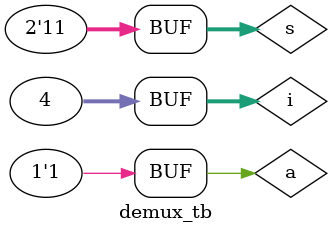
<source format=v>
module demux1_4(input a,s0,s1,output [3:0]y);
  assign {y[0],y[1],y[2],y[3]}= s1?(s0?{3'b0,a}:{2'b0,a,1'b0}):(s0?{1'b0,a,2'b0}:{a,3'b0});
endmodule 

//test bench file 
module demux_tb;
    reg a;
  reg  [1:0]s;
  wire [3:0] y;

  demux1_4 uut(a,s[0],s[1],y);

    integer i;
    initial begin
        a = 1'b1;
        $monitor("time=%0t a=%b s=%b y=%b", $time, a, s, y);

      for (i = 0; i < 4; i = i + 1) begin
            s = i;
            #3;
        end
    end
endmodule

</source>
